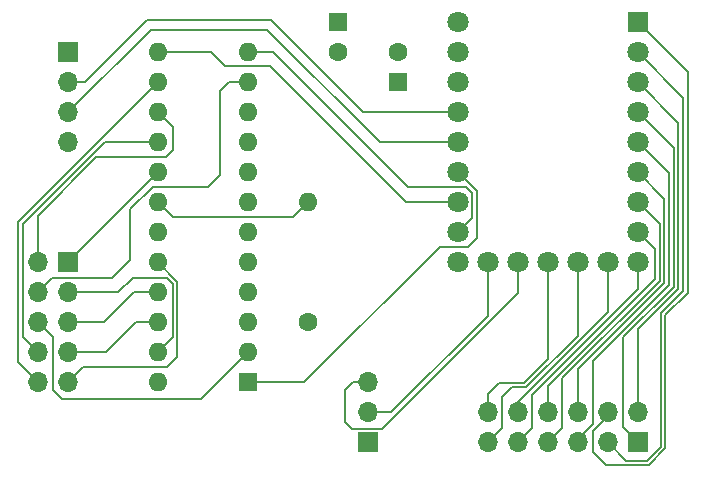
<source format=gbr>
%TF.GenerationSoftware,KiCad,Pcbnew,8.0.9-1.fc40*%
%TF.CreationDate,2025-06-27T18:33:28+02:00*%
%TF.ProjectId,simple-midi-controller,73696d70-6c65-42d6-9d69-64692d636f6e,rev?*%
%TF.SameCoordinates,Original*%
%TF.FileFunction,Copper,L1,Top*%
%TF.FilePolarity,Positive*%
%FSLAX46Y46*%
G04 Gerber Fmt 4.6, Leading zero omitted, Abs format (unit mm)*
G04 Created by KiCad (PCBNEW 8.0.9-1.fc40) date 2025-06-27 18:33:28*
%MOMM*%
%LPD*%
G01*
G04 APERTURE LIST*
%TA.AperFunction,ComponentPad*%
%ADD10R,1.600000X1.600000*%
%TD*%
%TA.AperFunction,ComponentPad*%
%ADD11C,1.600000*%
%TD*%
%TA.AperFunction,ComponentPad*%
%ADD12R,1.700000X1.700000*%
%TD*%
%TA.AperFunction,ComponentPad*%
%ADD13O,1.700000X1.700000*%
%TD*%
%TA.AperFunction,ComponentPad*%
%ADD14O,1.600000X1.600000*%
%TD*%
%TA.AperFunction,ComponentPad*%
%ADD15R,1.800000X1.800000*%
%TD*%
%TA.AperFunction,ComponentPad*%
%ADD16C,1.800000*%
%TD*%
%TA.AperFunction,Conductor*%
%ADD17C,1.000000*%
%TD*%
%TA.AperFunction,Conductor*%
%ADD18C,0.200000*%
%TD*%
G04 APERTURE END LIST*
D10*
%TO.P,C2,1*%
%TO.N,+5V*%
X132080000Y-43180000D03*
D11*
%TO.P,C2,2*%
%TO.N,GND*%
X132080000Y-45680000D03*
%TD*%
D12*
%TO.P,J1,1,Pin_1*%
%TO.N,ROW_3*%
X157480000Y-78740000D03*
D13*
%TO.P,J1,2,Pin_2*%
%TO.N,ROW_2*%
X157480000Y-76200000D03*
%TO.P,J1,3,Pin_3*%
%TO.N,ROW_1*%
X154940000Y-78740000D03*
%TO.P,J1,4,Pin_4*%
%TO.N,ROW_0*%
X154940000Y-76200000D03*
%TO.P,J1,5,Pin_5*%
%TO.N,ROW_A*%
X152400000Y-78740000D03*
%TO.P,J1,6,Pin_6*%
%TO.N,ROW_B*%
X152400000Y-76200000D03*
%TO.P,J1,7,Pin_7*%
%TO.N,ROW_C*%
X149860000Y-78740000D03*
%TO.P,J1,8,Pin_8*%
%TO.N,ROW_D*%
X149860000Y-76200000D03*
%TO.P,J1,9,Pin_9*%
%TO.N,ROW_E*%
X147320000Y-78740000D03*
%TO.P,J1,10,Pin_10*%
%TO.N,ROW_F*%
X147320000Y-76200000D03*
%TO.P,J1,11,Pin_11*%
%TO.N,ROW_G*%
X144780000Y-78740000D03*
%TO.P,J1,12,Pin_12*%
%TO.N,ROW_H*%
X144780000Y-76200000D03*
%TD*%
D10*
%TO.P,U1,1,DIN*%
%TO.N,Spi_mosi*%
X124460000Y-73660000D03*
D14*
%TO.P,U1,2,DIG_0*%
%TO.N,DIG_0*%
X124460000Y-71120000D03*
%TO.P,U1,3,DIG_4*%
%TO.N,unconnected-(U1-DIG_4-Pad3)*%
X124460000Y-68580000D03*
%TO.P,U1,4,GND*%
%TO.N,GND*%
X124460000Y-66040000D03*
%TO.P,U1,5,DIG_6*%
%TO.N,unconnected-(U1-DIG_6-Pad5)*%
X124460000Y-63500000D03*
%TO.P,U1,6,DIG_2*%
%TO.N,unconnected-(U1-DIG_2-Pad6)*%
X124460000Y-60960000D03*
%TO.P,U1,7,DIG_3*%
%TO.N,unconnected-(U1-DIG_3-Pad7)*%
X124460000Y-58420000D03*
%TO.P,U1,8,DIG_7*%
%TO.N,unconnected-(U1-DIG_7-Pad8)*%
X124460000Y-55880000D03*
%TO.P,U1,9,GND*%
%TO.N,GND*%
X124460000Y-53340000D03*
%TO.P,U1,10,DIG_5*%
%TO.N,unconnected-(U1-DIG_5-Pad10)*%
X124460000Y-50800000D03*
%TO.P,U1,11,DIG_1*%
%TO.N,DIG_1*%
X124460000Y-48260000D03*
%TO.P,U1,12,LOAD*%
%TO.N,Spi_load*%
X124460000Y-45720000D03*
%TO.P,U1,13,CLK*%
%TO.N,Spi_sck*%
X116840000Y-45720000D03*
%TO.P,U1,14,SEG_A*%
%TO.N,SEG_A*%
X116840000Y-48260000D03*
%TO.P,U1,15,SEG_F*%
%TO.N,SEG_F*%
X116840000Y-50800000D03*
%TO.P,U1,16,SEG_B*%
%TO.N,SEG_B*%
X116840000Y-53340000D03*
%TO.P,U1,17,SEG_G*%
%TO.N,SEG_G*%
X116840000Y-55880000D03*
%TO.P,U1,18,ISET*%
%TO.N,Net-(U1-ISET)*%
X116840000Y-58420000D03*
%TO.P,U1,19,V+*%
%TO.N,+5V*%
X116840000Y-60960000D03*
%TO.P,U1,20,SEG_C*%
%TO.N,SEG_C*%
X116840000Y-63500000D03*
%TO.P,U1,21,SEG_E*%
%TO.N,SEG_E*%
X116840000Y-66040000D03*
%TO.P,U1,22,SEG_DP*%
%TO.N,SEG_DP*%
X116840000Y-68580000D03*
%TO.P,U1,23,SEG_D*%
%TO.N,SEG_D*%
X116840000Y-71120000D03*
%TO.P,U1,24,DOUT*%
%TO.N,unconnected-(U1-DOUT-Pad24)*%
X116840000Y-73660000D03*
%TD*%
D12*
%TO.P,J2,1,Pin_1*%
%TO.N,GND*%
X134620000Y-78740000D03*
D13*
%TO.P,J2,2,Pin_2*%
%TO.N,Bank_down*%
X134620000Y-76200000D03*
%TO.P,J2,3,Pin_3*%
%TO.N,Bank_up*%
X134620000Y-73660000D03*
%TD*%
D12*
%TO.P,J4,1,Pin_1*%
%TO.N,+5V*%
X109220000Y-45720000D03*
D13*
%TO.P,J4,2,Pin_2*%
%TO.N,midi_rx*%
X109220000Y-48260000D03*
%TO.P,J4,3,Pin_3*%
%TO.N,midi_tx*%
X109220000Y-50800000D03*
%TO.P,J4,4,Pin_4*%
%TO.N,GND*%
X109220000Y-53340000D03*
%TD*%
D15*
%TO.P,U2,0,GPIO_0*%
%TO.N,ROW_0*%
X157480000Y-43180000D03*
D16*
%TO.P,U2,1,GPIO_1*%
%TO.N,ROW_1*%
X157480000Y-45720000D03*
%TO.P,U2,2,GPIO_2*%
%TO.N,ROW_2*%
X157480000Y-48260000D03*
%TO.P,U2,3,GPIO_3*%
%TO.N,ROW_3*%
X157480000Y-50800000D03*
%TO.P,U2,4,GPIO_4*%
%TO.N,ROW_A*%
X157480000Y-53340000D03*
%TO.P,U2,5,GPIO_5*%
%TO.N,ROW_B*%
X157480000Y-55880000D03*
%TO.P,U2,6,GPIO_6*%
%TO.N,ROW_C*%
X157480000Y-58420000D03*
%TO.P,U2,7,GPIO_7*%
%TO.N,ROW_D*%
X157480000Y-60960000D03*
%TO.P,U2,8,GPIO_8*%
%TO.N,ROW_E*%
X157480000Y-63500000D03*
%TO.P,U2,9,GPIO_9*%
%TO.N,ROW_F*%
X154940000Y-63500000D03*
%TO.P,U2,10,GPIO_10*%
%TO.N,ROW_G*%
X152400000Y-63500000D03*
%TO.P,U2,11,GPIO_11*%
%TO.N,ROW_H*%
X149860000Y-63500000D03*
%TO.P,U2,12,GPIO_12*%
%TO.N,Bank_up*%
X147320000Y-63500000D03*
%TO.P,U2,13,GPIO_13*%
%TO.N,Bank_down*%
X144780000Y-63500000D03*
%TO.P,U2,14,GPIO_14*%
%TO.N,unconnected-(U2-GPIO_14-Pad14)*%
X142240000Y-63500000D03*
%TO.P,U2,15,GPIO_15*%
%TO.N,Spi_load*%
X142240000Y-60960000D03*
%TO.P,U2,16,GPIO_26*%
%TO.N,Spi_sck*%
X142240000Y-58420000D03*
%TO.P,U2,17,GPIO_27*%
%TO.N,Spi_mosi*%
X142240000Y-55880000D03*
%TO.P,U2,18,GPIO_28*%
%TO.N,midi_tx*%
X142240000Y-53340000D03*
%TO.P,U2,19,GPIO_29*%
%TO.N,midi_rx*%
X142240000Y-50800000D03*
%TO.P,U2,20,3V3*%
%TO.N,+3V3*%
X142240000Y-48260000D03*
%TO.P,U2,21,GND*%
%TO.N,GND*%
X142240000Y-45720000D03*
%TO.P,U2,22,5V*%
%TO.N,+5V*%
X142240000Y-43180000D03*
%TD*%
D12*
%TO.P,J3,1,Pin_1*%
%TO.N,SEG_G*%
X109220000Y-63500000D03*
D13*
%TO.P,J3,2,Pin_2*%
%TO.N,SEG_F*%
X106680000Y-63500000D03*
%TO.P,J3,3,Pin_3*%
%TO.N,SEG_D*%
X109220000Y-66040000D03*
%TO.P,J3,4,Pin_4*%
%TO.N,DIG_1*%
X106680000Y-66040000D03*
%TO.P,J3,5,Pin_5*%
%TO.N,SEG_E*%
X109220000Y-68580000D03*
%TO.P,J3,6,Pin_6*%
%TO.N,DIG_0*%
X106680000Y-68580000D03*
%TO.P,J3,7,Pin_7*%
%TO.N,SEG_DP*%
X109220000Y-71120000D03*
%TO.P,J3,8,Pin_8*%
%TO.N,SEG_B*%
X106680000Y-71120000D03*
%TO.P,J3,9,Pin_9*%
%TO.N,SEG_C*%
X109220000Y-73660000D03*
%TO.P,J3,10,Pin_10*%
%TO.N,SEG_A*%
X106680000Y-73660000D03*
%TD*%
D11*
%TO.P,R1,1*%
%TO.N,+5V*%
X129540000Y-68580000D03*
D14*
%TO.P,R1,2*%
%TO.N,Net-(U1-ISET)*%
X129540000Y-58420000D03*
%TD*%
D10*
%TO.P,C1,1*%
%TO.N,+3V3*%
X137160000Y-48220000D03*
D11*
%TO.P,C1,2*%
%TO.N,GND*%
X137160000Y-45720000D03*
%TD*%
D17*
%TO.N,+3V3*%
X142200000Y-48220000D02*
X142240000Y-48260000D01*
%TO.N,GND*%
X132120000Y-45720000D02*
X132080000Y-45680000D01*
D18*
%TO.N,Bank_down*%
X134620000Y-76200000D02*
X136620000Y-76200000D01*
X144780000Y-68040000D02*
X144780000Y-63500000D01*
X136620000Y-76200000D02*
X144780000Y-68040000D01*
%TO.N,Bank_up*%
X132720000Y-77000000D02*
X133310000Y-77590000D01*
X132720000Y-74300000D02*
X132720000Y-77000000D01*
X135795686Y-77590000D02*
X147320000Y-66065686D01*
X134620000Y-73660000D02*
X133360000Y-73660000D01*
X133360000Y-73660000D02*
X132720000Y-74300000D01*
X147320000Y-66065686D02*
X147320000Y-63500000D01*
X133310000Y-77590000D02*
X135795686Y-77590000D01*
%TO.N,Spi_mosi*%
X142240000Y-55880000D02*
X143840000Y-57480000D01*
X129240000Y-73660000D02*
X124460000Y-73660000D01*
X143840000Y-61460000D02*
X143100000Y-62200000D01*
X140700000Y-62200000D02*
X129240000Y-73660000D01*
X143100000Y-62200000D02*
X140700000Y-62200000D01*
X143840000Y-57480000D02*
X143840000Y-61460000D01*
%TO.N,Spi_sck*%
X137820000Y-58420000D02*
X126300000Y-46900000D01*
X121320000Y-45720000D02*
X116840000Y-45720000D01*
X126300000Y-46900000D02*
X122500000Y-46900000D01*
X142240000Y-58420000D02*
X137820000Y-58420000D01*
X122500000Y-46900000D02*
X121320000Y-45720000D01*
%TO.N,midi_rx*%
X115900000Y-43000000D02*
X110640000Y-48260000D01*
X134200000Y-50800000D02*
X126400000Y-43000000D01*
X110640000Y-48260000D02*
X109220000Y-48260000D01*
X126400000Y-43000000D02*
X115900000Y-43000000D01*
X142240000Y-50800000D02*
X134200000Y-50800000D01*
%TO.N,ROW_1*%
X159420000Y-79100000D02*
X159420000Y-67794116D01*
X161320000Y-49560000D02*
X157480000Y-45720000D01*
X158220000Y-80300000D02*
X159420000Y-79100000D01*
X161320000Y-65894116D02*
X161320000Y-49560000D01*
X154940000Y-78740000D02*
X156500000Y-80300000D01*
X159420000Y-67794116D02*
X161320000Y-65894116D01*
X156500000Y-80300000D02*
X158220000Y-80300000D01*
%TO.N,ROW_0*%
X153670000Y-79550000D02*
X154820000Y-80700000D01*
X159820000Y-79265686D02*
X159820000Y-67959802D01*
X161720000Y-66059802D02*
X161720000Y-47420000D01*
X159820000Y-67959802D02*
X161720000Y-66059802D01*
X153670000Y-77765686D02*
X153670000Y-79550000D01*
X158385686Y-80700000D02*
X159820000Y-79265686D01*
X154940000Y-76495686D02*
X153670000Y-77765686D01*
X161720000Y-47420000D02*
X157480000Y-43180000D01*
X154940000Y-76200000D02*
X154940000Y-76495686D01*
X154820000Y-80700000D02*
X158385686Y-80700000D01*
%TO.N,midi_tx*%
X135640000Y-53340000D02*
X126100000Y-43800000D01*
X142240000Y-53340000D02*
X135640000Y-53340000D01*
X126100000Y-43800000D02*
X116220000Y-43800000D01*
X116220000Y-43800000D02*
X109220000Y-50800000D01*
%TO.N,ROW_G*%
X148022942Y-74100000D02*
X152400000Y-69722942D01*
X146820000Y-74100000D02*
X148022942Y-74100000D01*
X152400000Y-69722942D02*
X152400000Y-63500000D01*
X146020000Y-74900000D02*
X146820000Y-74100000D01*
X144780000Y-78740000D02*
X146020000Y-77500000D01*
X146020000Y-77500000D02*
X146020000Y-74900000D01*
%TO.N,ROW_3*%
X156220000Y-77480000D02*
X156220000Y-69862744D01*
X160520000Y-53840000D02*
X157480000Y-50800000D01*
X157480000Y-78740000D02*
X156220000Y-77480000D01*
X160520000Y-65562744D02*
X160520000Y-53840000D01*
X156220000Y-69862744D02*
X160520000Y-65562744D01*
%TO.N,ROW_E*%
X147320000Y-78740000D02*
X148560000Y-77500000D01*
X157480000Y-65774314D02*
X157480000Y-63500000D01*
X148560000Y-74694314D02*
X157480000Y-65774314D01*
X148560000Y-77500000D02*
X148560000Y-74694314D01*
%TO.N,ROW_F*%
X147320000Y-76200000D02*
X147320000Y-75368628D01*
X154940000Y-67748628D02*
X154940000Y-63500000D01*
X147320000Y-75368628D02*
X154940000Y-67748628D01*
%TO.N,ROW_C*%
X151100000Y-77500000D02*
X151100000Y-73285686D01*
X159320000Y-60260000D02*
X157480000Y-58420000D01*
X149860000Y-78740000D02*
X151100000Y-77500000D01*
X151100000Y-73285686D02*
X159320000Y-65065686D01*
X159320000Y-65065686D02*
X159320000Y-60260000D01*
%TO.N,ROW_A*%
X160120000Y-55980000D02*
X157480000Y-53340000D01*
X152400000Y-78740000D02*
X152400000Y-78470000D01*
X153670000Y-71847058D02*
X160120000Y-65397058D01*
X160120000Y-65397058D02*
X160120000Y-55980000D01*
X152400000Y-78470000D02*
X153670000Y-77200000D01*
X153670000Y-77200000D02*
X153670000Y-71847058D01*
%TO.N,ROW_2*%
X157480000Y-69168430D02*
X160920000Y-65728430D01*
X160920000Y-51700000D02*
X157480000Y-48260000D01*
X157480000Y-76200000D02*
X157480000Y-69168430D01*
X160920000Y-65728430D02*
X160920000Y-51700000D01*
%TO.N,ROW_D*%
X158920000Y-64900000D02*
X158920000Y-62400000D01*
X158920000Y-62400000D02*
X157480000Y-60960000D01*
X149860000Y-73960000D02*
X149860000Y-76200000D01*
X158920000Y-64900000D02*
X149860000Y-73960000D01*
%TO.N,ROW_H*%
X145720000Y-73700000D02*
X147857256Y-73700000D01*
X144780000Y-74640000D02*
X145720000Y-73700000D01*
X149860000Y-71697256D02*
X149860000Y-63500000D01*
X147857256Y-73700000D02*
X149860000Y-71697256D01*
X144780000Y-76200000D02*
X144780000Y-74640000D01*
%TO.N,ROW_B*%
X152400000Y-72551372D02*
X159720000Y-65231372D01*
X159720000Y-65231372D02*
X159720000Y-58120000D01*
X152400000Y-76200000D02*
X152400000Y-72551372D01*
X159720000Y-58120000D02*
X157480000Y-55880000D01*
%TO.N,Net-(U1-ISET)*%
X128260000Y-59700000D02*
X129540000Y-58420000D01*
X116840000Y-58420000D02*
X118120000Y-59700000D01*
X118120000Y-59700000D02*
X128260000Y-59700000D01*
%TO.N,Spi_load*%
X126620000Y-45720000D02*
X124460000Y-45720000D01*
X143440000Y-59760000D02*
X143440000Y-57645686D01*
X143440000Y-57645686D02*
X142894314Y-57100000D01*
X138000000Y-57100000D02*
X126620000Y-45720000D01*
X142894314Y-57100000D02*
X138000000Y-57100000D01*
X142240000Y-60960000D02*
X143440000Y-59760000D01*
%TO.N,SEG_DP*%
X115020000Y-68580000D02*
X116840000Y-68580000D01*
X109220000Y-71120000D02*
X112480000Y-71120000D01*
X112480000Y-71120000D02*
X115020000Y-68580000D01*
%TO.N,SEG_A*%
X105000000Y-71980000D02*
X105000000Y-60100000D01*
X106680000Y-73660000D02*
X105000000Y-71980000D01*
X105000000Y-60100000D02*
X116840000Y-48260000D01*
%TO.N,SEG_C*%
X118500000Y-65160000D02*
X116840000Y-63500000D01*
X118500000Y-71500000D02*
X118500000Y-65160000D01*
X117600000Y-72400000D02*
X118500000Y-71500000D01*
X110480000Y-72400000D02*
X117600000Y-72400000D01*
X109220000Y-73660000D02*
X110480000Y-72400000D01*
%TO.N,SEG_F*%
X117500000Y-54600000D02*
X118100000Y-54000000D01*
X106680000Y-59551372D02*
X111631372Y-54600000D01*
X106680000Y-63500000D02*
X106680000Y-59551372D01*
X118100000Y-54000000D02*
X118100000Y-52060000D01*
X111631372Y-54600000D02*
X117500000Y-54600000D01*
X118100000Y-52060000D02*
X116840000Y-50800000D01*
%TO.N,SEG_B*%
X106680000Y-71120000D02*
X105400000Y-69840000D01*
X105400000Y-69840000D02*
X105400000Y-60265686D01*
X112325686Y-53340000D02*
X116840000Y-53340000D01*
X105400000Y-60265686D02*
X112325686Y-53340000D01*
%TO.N,DIG_0*%
X106680000Y-68580000D02*
X107950000Y-69850000D01*
X107950000Y-74350000D02*
X108700000Y-75100000D01*
X107950000Y-69850000D02*
X107950000Y-74350000D01*
X108700000Y-75100000D02*
X120480000Y-75100000D01*
X120480000Y-75100000D02*
X124460000Y-71120000D01*
%TO.N,DIG_1*%
X107920000Y-64800000D02*
X106680000Y-66040000D01*
X124460000Y-48260000D02*
X122860000Y-48260000D01*
X113000000Y-64800000D02*
X107920000Y-64800000D01*
X114500000Y-63300000D02*
X113000000Y-64800000D01*
X122120000Y-56080000D02*
X121100000Y-57100000D01*
X121100000Y-57100000D02*
X116400000Y-57100000D01*
X116400000Y-57100000D02*
X114500000Y-59000000D01*
X114500000Y-59000000D02*
X114500000Y-63300000D01*
X122120000Y-49000000D02*
X122120000Y-56080000D01*
X122860000Y-48260000D02*
X122120000Y-49000000D01*
%TO.N,SEG_G*%
X109220000Y-63500000D02*
X116840000Y-55880000D01*
%TO.N,SEG_D*%
X117574314Y-64800000D02*
X118100000Y-65325686D01*
X118100000Y-65325686D02*
X118100000Y-69860000D01*
X113460000Y-66040000D02*
X114700000Y-64800000D01*
X109220000Y-66040000D02*
X113460000Y-66040000D01*
X118100000Y-69860000D02*
X116840000Y-71120000D01*
X114700000Y-64800000D02*
X117574314Y-64800000D01*
%TO.N,SEG_E*%
X112320000Y-68580000D02*
X114860000Y-66040000D01*
X109220000Y-68580000D02*
X112320000Y-68580000D01*
X114860000Y-66040000D02*
X116840000Y-66040000D01*
%TD*%
M02*

</source>
